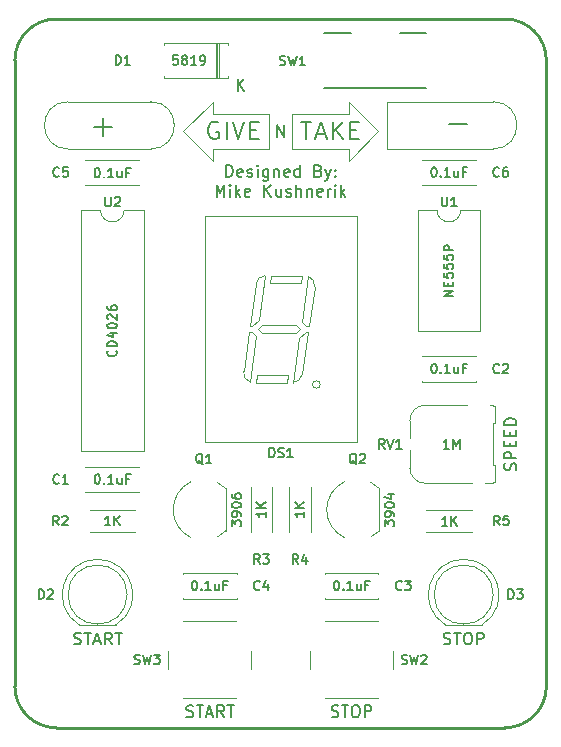
<source format=gbr>
%TF.GenerationSoftware,KiCad,Pcbnew,(5.1.8)-1*%
%TF.CreationDate,2020-12-25T19:20:46-06:00*%
%TF.ProjectId,Reaction Time Game,52656163-7469-46f6-9e20-54696d652047,rev?*%
%TF.SameCoordinates,Original*%
%TF.FileFunction,Legend,Top*%
%TF.FilePolarity,Positive*%
%FSLAX46Y46*%
G04 Gerber Fmt 4.6, Leading zero omitted, Abs format (unit mm)*
G04 Created by KiCad (PCBNEW (5.1.8)-1) date 2020-12-25 19:20:46*
%MOMM*%
%LPD*%
G01*
G04 APERTURE LIST*
%ADD10C,0.150000*%
%ADD11C,0.200000*%
%ADD12C,0.120000*%
%TA.AperFunction,Profile*%
%ADD13C,0.254000*%
%TD*%
G04 APERTURE END LIST*
D10*
X119904761Y-108190476D02*
X119952380Y-108047619D01*
X119952380Y-107809523D01*
X119904761Y-107714285D01*
X119857142Y-107666666D01*
X119761904Y-107619047D01*
X119666666Y-107619047D01*
X119571428Y-107666666D01*
X119523809Y-107714285D01*
X119476190Y-107809523D01*
X119428571Y-108000000D01*
X119380952Y-108095238D01*
X119333333Y-108142857D01*
X119238095Y-108190476D01*
X119142857Y-108190476D01*
X119047619Y-108142857D01*
X119000000Y-108095238D01*
X118952380Y-108000000D01*
X118952380Y-107761904D01*
X119000000Y-107619047D01*
X119952380Y-107190476D02*
X118952380Y-107190476D01*
X118952380Y-106809523D01*
X119000000Y-106714285D01*
X119047619Y-106666666D01*
X119142857Y-106619047D01*
X119285714Y-106619047D01*
X119380952Y-106666666D01*
X119428571Y-106714285D01*
X119476190Y-106809523D01*
X119476190Y-107190476D01*
X119428571Y-106190476D02*
X119428571Y-105857142D01*
X119952380Y-105714285D02*
X119952380Y-106190476D01*
X118952380Y-106190476D01*
X118952380Y-105714285D01*
X119428571Y-105285714D02*
X119428571Y-104952380D01*
X119952380Y-104809523D02*
X119952380Y-105285714D01*
X118952380Y-105285714D01*
X118952380Y-104809523D01*
X119952380Y-104380952D02*
X118952380Y-104380952D01*
X118952380Y-104142857D01*
X119000000Y-104000000D01*
X119095238Y-103904761D01*
X119190476Y-103857142D01*
X119380952Y-103809523D01*
X119523809Y-103809523D01*
X119714285Y-103857142D01*
X119809523Y-103904761D01*
X119904761Y-104000000D01*
X119952380Y-104142857D01*
X119952380Y-104380952D01*
D11*
X115761904Y-78857142D02*
X114238095Y-78857142D01*
X84238095Y-79142857D02*
X85761904Y-79142857D01*
X85000000Y-79904761D02*
X85000000Y-78380952D01*
D10*
X95853304Y-112949523D02*
X95853304Y-112454285D01*
X96158066Y-112720952D01*
X96158066Y-112606666D01*
X96196161Y-112530476D01*
X96234257Y-112492380D01*
X96310447Y-112454285D01*
X96500923Y-112454285D01*
X96577114Y-112492380D01*
X96615209Y-112530476D01*
X96653304Y-112606666D01*
X96653304Y-112835238D01*
X96615209Y-112911428D01*
X96577114Y-112949523D01*
X96653304Y-112073333D02*
X96653304Y-111920952D01*
X96615209Y-111844761D01*
X96577114Y-111806666D01*
X96462828Y-111730476D01*
X96310447Y-111692380D01*
X96005685Y-111692380D01*
X95929495Y-111730476D01*
X95891400Y-111768571D01*
X95853304Y-111844761D01*
X95853304Y-111997142D01*
X95891400Y-112073333D01*
X95929495Y-112111428D01*
X96005685Y-112149523D01*
X96196161Y-112149523D01*
X96272352Y-112111428D01*
X96310447Y-112073333D01*
X96348542Y-111997142D01*
X96348542Y-111844761D01*
X96310447Y-111768571D01*
X96272352Y-111730476D01*
X96196161Y-111692380D01*
X95853304Y-111197142D02*
X95853304Y-111120952D01*
X95891400Y-111044761D01*
X95929495Y-111006666D01*
X96005685Y-110968571D01*
X96158066Y-110930476D01*
X96348542Y-110930476D01*
X96500923Y-110968571D01*
X96577114Y-111006666D01*
X96615209Y-111044761D01*
X96653304Y-111120952D01*
X96653304Y-111197142D01*
X96615209Y-111273333D01*
X96577114Y-111311428D01*
X96500923Y-111349523D01*
X96348542Y-111387619D01*
X96158066Y-111387619D01*
X96005685Y-111349523D01*
X95929495Y-111311428D01*
X95891400Y-111273333D01*
X95853304Y-111197142D01*
X95853304Y-110244761D02*
X95853304Y-110397142D01*
X95891400Y-110473333D01*
X95929495Y-110511428D01*
X96043780Y-110587619D01*
X96196161Y-110625714D01*
X96500923Y-110625714D01*
X96577114Y-110587619D01*
X96615209Y-110549523D01*
X96653304Y-110473333D01*
X96653304Y-110320952D01*
X96615209Y-110244761D01*
X96577114Y-110206666D01*
X96500923Y-110168571D01*
X96310447Y-110168571D01*
X96234257Y-110206666D01*
X96196161Y-110244761D01*
X96158066Y-110320952D01*
X96158066Y-110473333D01*
X96196161Y-110549523D01*
X96234257Y-110587619D01*
X96310447Y-110625714D01*
X108811904Y-112949523D02*
X108811904Y-112454285D01*
X109116666Y-112720952D01*
X109116666Y-112606666D01*
X109154761Y-112530476D01*
X109192857Y-112492380D01*
X109269047Y-112454285D01*
X109459523Y-112454285D01*
X109535714Y-112492380D01*
X109573809Y-112530476D01*
X109611904Y-112606666D01*
X109611904Y-112835238D01*
X109573809Y-112911428D01*
X109535714Y-112949523D01*
X109611904Y-112073333D02*
X109611904Y-111920952D01*
X109573809Y-111844761D01*
X109535714Y-111806666D01*
X109421428Y-111730476D01*
X109269047Y-111692380D01*
X108964285Y-111692380D01*
X108888095Y-111730476D01*
X108850000Y-111768571D01*
X108811904Y-111844761D01*
X108811904Y-111997142D01*
X108850000Y-112073333D01*
X108888095Y-112111428D01*
X108964285Y-112149523D01*
X109154761Y-112149523D01*
X109230952Y-112111428D01*
X109269047Y-112073333D01*
X109307142Y-111997142D01*
X109307142Y-111844761D01*
X109269047Y-111768571D01*
X109230952Y-111730476D01*
X109154761Y-111692380D01*
X108811904Y-111197142D02*
X108811904Y-111120952D01*
X108850000Y-111044761D01*
X108888095Y-111006666D01*
X108964285Y-110968571D01*
X109116666Y-110930476D01*
X109307142Y-110930476D01*
X109459523Y-110968571D01*
X109535714Y-111006666D01*
X109573809Y-111044761D01*
X109611904Y-111120952D01*
X109611904Y-111197142D01*
X109573809Y-111273333D01*
X109535714Y-111311428D01*
X109459523Y-111349523D01*
X109307142Y-111387619D01*
X109116666Y-111387619D01*
X108964285Y-111349523D01*
X108888095Y-111311428D01*
X108850000Y-111273333D01*
X108811904Y-111197142D01*
X109078571Y-110244761D02*
X109611904Y-110244761D01*
X108773809Y-110435238D02*
X109345238Y-110625714D01*
X109345238Y-110130476D01*
X95380952Y-83377380D02*
X95380952Y-82377380D01*
X95619047Y-82377380D01*
X95761904Y-82425000D01*
X95857142Y-82520238D01*
X95904761Y-82615476D01*
X95952380Y-82805952D01*
X95952380Y-82948809D01*
X95904761Y-83139285D01*
X95857142Y-83234523D01*
X95761904Y-83329761D01*
X95619047Y-83377380D01*
X95380952Y-83377380D01*
X96761904Y-83329761D02*
X96666666Y-83377380D01*
X96476190Y-83377380D01*
X96380952Y-83329761D01*
X96333333Y-83234523D01*
X96333333Y-82853571D01*
X96380952Y-82758333D01*
X96476190Y-82710714D01*
X96666666Y-82710714D01*
X96761904Y-82758333D01*
X96809523Y-82853571D01*
X96809523Y-82948809D01*
X96333333Y-83044047D01*
X97190476Y-83329761D02*
X97285714Y-83377380D01*
X97476190Y-83377380D01*
X97571428Y-83329761D01*
X97619047Y-83234523D01*
X97619047Y-83186904D01*
X97571428Y-83091666D01*
X97476190Y-83044047D01*
X97333333Y-83044047D01*
X97238095Y-82996428D01*
X97190476Y-82901190D01*
X97190476Y-82853571D01*
X97238095Y-82758333D01*
X97333333Y-82710714D01*
X97476190Y-82710714D01*
X97571428Y-82758333D01*
X98047619Y-83377380D02*
X98047619Y-82710714D01*
X98047619Y-82377380D02*
X98000000Y-82425000D01*
X98047619Y-82472619D01*
X98095238Y-82425000D01*
X98047619Y-82377380D01*
X98047619Y-82472619D01*
X98952380Y-82710714D02*
X98952380Y-83520238D01*
X98904761Y-83615476D01*
X98857142Y-83663095D01*
X98761904Y-83710714D01*
X98619047Y-83710714D01*
X98523809Y-83663095D01*
X98952380Y-83329761D02*
X98857142Y-83377380D01*
X98666666Y-83377380D01*
X98571428Y-83329761D01*
X98523809Y-83282142D01*
X98476190Y-83186904D01*
X98476190Y-82901190D01*
X98523809Y-82805952D01*
X98571428Y-82758333D01*
X98666666Y-82710714D01*
X98857142Y-82710714D01*
X98952380Y-82758333D01*
X99428571Y-82710714D02*
X99428571Y-83377380D01*
X99428571Y-82805952D02*
X99476190Y-82758333D01*
X99571428Y-82710714D01*
X99714285Y-82710714D01*
X99809523Y-82758333D01*
X99857142Y-82853571D01*
X99857142Y-83377380D01*
X100714285Y-83329761D02*
X100619047Y-83377380D01*
X100428571Y-83377380D01*
X100333333Y-83329761D01*
X100285714Y-83234523D01*
X100285714Y-82853571D01*
X100333333Y-82758333D01*
X100428571Y-82710714D01*
X100619047Y-82710714D01*
X100714285Y-82758333D01*
X100761904Y-82853571D01*
X100761904Y-82948809D01*
X100285714Y-83044047D01*
X101619047Y-83377380D02*
X101619047Y-82377380D01*
X101619047Y-83329761D02*
X101523809Y-83377380D01*
X101333333Y-83377380D01*
X101238095Y-83329761D01*
X101190476Y-83282142D01*
X101142857Y-83186904D01*
X101142857Y-82901190D01*
X101190476Y-82805952D01*
X101238095Y-82758333D01*
X101333333Y-82710714D01*
X101523809Y-82710714D01*
X101619047Y-82758333D01*
X103190476Y-82853571D02*
X103333333Y-82901190D01*
X103380952Y-82948809D01*
X103428571Y-83044047D01*
X103428571Y-83186904D01*
X103380952Y-83282142D01*
X103333333Y-83329761D01*
X103238095Y-83377380D01*
X102857142Y-83377380D01*
X102857142Y-82377380D01*
X103190476Y-82377380D01*
X103285714Y-82425000D01*
X103333333Y-82472619D01*
X103380952Y-82567857D01*
X103380952Y-82663095D01*
X103333333Y-82758333D01*
X103285714Y-82805952D01*
X103190476Y-82853571D01*
X102857142Y-82853571D01*
X103761904Y-82710714D02*
X104000000Y-83377380D01*
X104238095Y-82710714D02*
X104000000Y-83377380D01*
X103904761Y-83615476D01*
X103857142Y-83663095D01*
X103761904Y-83710714D01*
X104619047Y-83282142D02*
X104666666Y-83329761D01*
X104619047Y-83377380D01*
X104571428Y-83329761D01*
X104619047Y-83282142D01*
X104619047Y-83377380D01*
X104619047Y-82758333D02*
X104666666Y-82805952D01*
X104619047Y-82853571D01*
X104571428Y-82805952D01*
X104619047Y-82758333D01*
X104619047Y-82853571D01*
X94571428Y-85027380D02*
X94571428Y-84027380D01*
X94904761Y-84741666D01*
X95238095Y-84027380D01*
X95238095Y-85027380D01*
X95714285Y-85027380D02*
X95714285Y-84360714D01*
X95714285Y-84027380D02*
X95666666Y-84075000D01*
X95714285Y-84122619D01*
X95761904Y-84075000D01*
X95714285Y-84027380D01*
X95714285Y-84122619D01*
X96190476Y-85027380D02*
X96190476Y-84027380D01*
X96285714Y-84646428D02*
X96571428Y-85027380D01*
X96571428Y-84360714D02*
X96190476Y-84741666D01*
X97380952Y-84979761D02*
X97285714Y-85027380D01*
X97095238Y-85027380D01*
X97000000Y-84979761D01*
X96952380Y-84884523D01*
X96952380Y-84503571D01*
X97000000Y-84408333D01*
X97095238Y-84360714D01*
X97285714Y-84360714D01*
X97380952Y-84408333D01*
X97428571Y-84503571D01*
X97428571Y-84598809D01*
X96952380Y-84694047D01*
X98619047Y-85027380D02*
X98619047Y-84027380D01*
X99190476Y-85027380D02*
X98761904Y-84455952D01*
X99190476Y-84027380D02*
X98619047Y-84598809D01*
X100047619Y-84360714D02*
X100047619Y-85027380D01*
X99619047Y-84360714D02*
X99619047Y-84884523D01*
X99666666Y-84979761D01*
X99761904Y-85027380D01*
X99904761Y-85027380D01*
X100000000Y-84979761D01*
X100047619Y-84932142D01*
X100476190Y-84979761D02*
X100571428Y-85027380D01*
X100761904Y-85027380D01*
X100857142Y-84979761D01*
X100904761Y-84884523D01*
X100904761Y-84836904D01*
X100857142Y-84741666D01*
X100761904Y-84694047D01*
X100619047Y-84694047D01*
X100523809Y-84646428D01*
X100476190Y-84551190D01*
X100476190Y-84503571D01*
X100523809Y-84408333D01*
X100619047Y-84360714D01*
X100761904Y-84360714D01*
X100857142Y-84408333D01*
X101333333Y-85027380D02*
X101333333Y-84027380D01*
X101761904Y-85027380D02*
X101761904Y-84503571D01*
X101714285Y-84408333D01*
X101619047Y-84360714D01*
X101476190Y-84360714D01*
X101380952Y-84408333D01*
X101333333Y-84455952D01*
X102238095Y-84360714D02*
X102238095Y-85027380D01*
X102238095Y-84455952D02*
X102285714Y-84408333D01*
X102380952Y-84360714D01*
X102523809Y-84360714D01*
X102619047Y-84408333D01*
X102666666Y-84503571D01*
X102666666Y-85027380D01*
X103523809Y-84979761D02*
X103428571Y-85027380D01*
X103238095Y-85027380D01*
X103142857Y-84979761D01*
X103095238Y-84884523D01*
X103095238Y-84503571D01*
X103142857Y-84408333D01*
X103238095Y-84360714D01*
X103428571Y-84360714D01*
X103523809Y-84408333D01*
X103571428Y-84503571D01*
X103571428Y-84598809D01*
X103095238Y-84694047D01*
X104000000Y-85027380D02*
X104000000Y-84360714D01*
X104000000Y-84551190D02*
X104047619Y-84455952D01*
X104095238Y-84408333D01*
X104190476Y-84360714D01*
X104285714Y-84360714D01*
X104619047Y-85027380D02*
X104619047Y-84360714D01*
X104619047Y-84027380D02*
X104571428Y-84075000D01*
X104619047Y-84122619D01*
X104666666Y-84075000D01*
X104619047Y-84027380D01*
X104619047Y-84122619D01*
X105095238Y-85027380D02*
X105095238Y-84027380D01*
X105190476Y-84646428D02*
X105476190Y-85027380D01*
X105476190Y-84360714D02*
X105095238Y-84741666D01*
D12*
X105750000Y-78000000D02*
X101000000Y-78000000D01*
X105750000Y-81000000D02*
X101000000Y-81000000D01*
X105750000Y-81000000D02*
X105750000Y-82000000D01*
X105750000Y-78000000D02*
X105750000Y-77000000D01*
X105750000Y-77000000D02*
X108250000Y-79500000D01*
X105750000Y-82000000D02*
X108250000Y-79500000D01*
X101000000Y-81000000D02*
X101000000Y-78000000D01*
D13*
X122500000Y-73500000D02*
X122500000Y-126500000D01*
X77500000Y-126500000D02*
X77500000Y-73500000D01*
X81000000Y-130000000D02*
X119000000Y-130000000D01*
X81000000Y-70000000D02*
X119000000Y-70000000D01*
D12*
X99000000Y-78000000D02*
X99000000Y-81000000D01*
X94250000Y-77000000D02*
X91750000Y-79500000D01*
X94250000Y-82000000D02*
X91750000Y-79500000D01*
X94250000Y-81000000D02*
X94250000Y-82000000D01*
X94250000Y-78000000D02*
X94250000Y-77000000D01*
X94250000Y-81000000D02*
X99000000Y-81000000D01*
X94250000Y-78000000D02*
X99000000Y-78000000D01*
D11*
X101750000Y-78678571D02*
X102607142Y-78678571D01*
X102178571Y-80178571D02*
X102178571Y-78678571D01*
X103035714Y-79750000D02*
X103750000Y-79750000D01*
X102892857Y-80178571D02*
X103392857Y-78678571D01*
X103892857Y-80178571D01*
X104392857Y-80178571D02*
X104392857Y-78678571D01*
X105250000Y-80178571D02*
X104607142Y-79321428D01*
X105250000Y-78678571D02*
X104392857Y-79535714D01*
X105892857Y-79392857D02*
X106392857Y-79392857D01*
X106607142Y-80178571D02*
X105892857Y-80178571D01*
X105892857Y-78678571D01*
X106607142Y-78678571D01*
D10*
X99714285Y-79952380D02*
X99714285Y-78952380D01*
X100285714Y-79952380D01*
X100285714Y-78952380D01*
D11*
X94714285Y-78750000D02*
X94571428Y-78678571D01*
X94357142Y-78678571D01*
X94142857Y-78750000D01*
X94000000Y-78892857D01*
X93928571Y-79035714D01*
X93857142Y-79321428D01*
X93857142Y-79535714D01*
X93928571Y-79821428D01*
X94000000Y-79964285D01*
X94142857Y-80107142D01*
X94357142Y-80178571D01*
X94500000Y-80178571D01*
X94714285Y-80107142D01*
X94785714Y-80035714D01*
X94785714Y-79535714D01*
X94500000Y-79535714D01*
X95428571Y-80178571D02*
X95428571Y-78678571D01*
X95928571Y-78678571D02*
X96428571Y-80178571D01*
X96928571Y-78678571D01*
X97428571Y-79392857D02*
X97928571Y-79392857D01*
X98142857Y-80178571D02*
X97428571Y-80178571D01*
X97428571Y-78678571D01*
X98142857Y-78678571D01*
D13*
X122500000Y-126500000D02*
G75*
G02*
X119000000Y-130000000I-3500000J0D01*
G01*
X81000000Y-130000000D02*
G75*
G02*
X77500000Y-126500000I0J3500000D01*
G01*
X119000000Y-70000000D02*
G75*
G02*
X122500000Y-73500000I0J-3500000D01*
G01*
X77500000Y-73500000D02*
G75*
G02*
X81000000Y-70000000I3500000J0D01*
G01*
D12*
X118000000Y-77000000D02*
G75*
G02*
X118000000Y-81000000I0J-2000000D01*
G01*
X109000000Y-77000000D02*
X109000000Y-81000000D01*
X118000000Y-81000000D02*
X109000000Y-81000000D01*
X118000000Y-77000000D02*
X109000000Y-77000000D01*
X82000000Y-81000000D02*
G75*
G02*
X82000000Y-77000000I0J2000000D01*
G01*
X89000000Y-77000000D02*
G75*
G02*
X89000000Y-81000000I0J-2000000D01*
G01*
X82000000Y-81000000D02*
X89000000Y-81000000D01*
X82000000Y-77000000D02*
X89000000Y-77000000D01*
D10*
X106000000Y-71200000D02*
X103700000Y-71200000D01*
X112300000Y-75800000D02*
X103700000Y-75800000D01*
X112300000Y-71200000D02*
X110100000Y-71200000D01*
D12*
X103034501Y-101271600D02*
G75*
G02*
X103034501Y-100613600I0J329000D01*
G01*
X103034501Y-100613601D02*
G75*
G02*
X103034501Y-101271599I0J-328999D01*
G01*
X97905726Y-92432722D02*
G75*
G02*
X98669648Y-91725047I815980J-114678D01*
G01*
X102330846Y-91771251D02*
G75*
G02*
X102870116Y-92662078I-276711J-776149D01*
G01*
X97404268Y-100728749D02*
G75*
G02*
X96864998Y-99837922I276711J776149D01*
G01*
X101829389Y-100067278D02*
G75*
G02*
X101065466Y-100774953I-815980J114678D01*
G01*
X93575000Y-105850000D02*
X106425000Y-105850000D01*
X106425000Y-105850000D02*
X106425000Y-86650000D01*
X93575000Y-105850000D02*
X93575000Y-86650000D01*
X93575000Y-86650000D02*
X106425000Y-86650000D01*
X101829390Y-100067277D02*
X102328627Y-96515000D01*
X102328627Y-96515000D02*
X102116789Y-96515000D01*
X102116789Y-96515000D02*
X101590146Y-97041643D01*
X101590146Y-97041643D02*
X101065466Y-100774953D01*
X98025227Y-100118600D02*
X97932751Y-100776600D01*
X97932751Y-100776600D02*
X100530027Y-100776600D01*
X100530027Y-100776600D02*
X100622502Y-100118600D01*
X100622502Y-100118600D02*
X98025227Y-100118600D01*
X97404268Y-100728748D02*
X97949872Y-96846546D01*
X97949872Y-96846546D02*
X97618326Y-96515000D01*
X97618326Y-96515000D02*
X97332001Y-96515000D01*
X97332001Y-96515000D02*
X96864998Y-99837922D01*
X101303256Y-96579000D02*
X101632256Y-96250000D01*
X101632256Y-96250000D02*
X101303255Y-95921000D01*
X101303255Y-95921000D02*
X98431858Y-95921000D01*
X98431858Y-95921000D02*
X98102859Y-96250000D01*
X98102859Y-96250000D02*
X98431859Y-96579000D01*
X98431859Y-96579000D02*
X101303256Y-96579000D01*
X102403113Y-95985000D02*
X102870116Y-92662078D01*
X102330846Y-91771252D02*
X101785242Y-95653454D01*
X101785242Y-95653454D02*
X102116789Y-95985000D01*
X102116789Y-95985000D02*
X102403113Y-95985000D01*
X101709888Y-92381400D02*
X101802363Y-91723400D01*
X101802363Y-91723400D02*
X99205088Y-91723400D01*
X99205088Y-91723400D02*
X99112612Y-92381400D01*
X99112612Y-92381400D02*
X101709888Y-92381400D01*
X97905725Y-92432723D02*
X97406488Y-95985000D01*
X97406488Y-95985000D02*
X97618326Y-95985000D01*
X97618326Y-95985000D02*
X98144969Y-95458357D01*
X98144969Y-95458357D02*
X98669648Y-91725047D01*
X107622795Y-109215816D02*
G75*
G02*
X108350000Y-109740000I-1122795J-2324184D01*
G01*
X105401193Y-109183600D02*
G75*
G03*
X103900000Y-111540000I1098807J-2356400D01*
G01*
X105401193Y-113896400D02*
G75*
G02*
X103900000Y-111540000I1098807J2356400D01*
G01*
X107622795Y-113864184D02*
G75*
G03*
X108350000Y-113340000I-1122795J2324184D01*
G01*
X108350000Y-113340000D02*
X108350000Y-109740000D01*
X94622795Y-109215816D02*
G75*
G02*
X95350000Y-109740000I-1122795J-2324184D01*
G01*
X92401193Y-109183600D02*
G75*
G03*
X90900000Y-111540000I1098807J-2356400D01*
G01*
X92401193Y-113896400D02*
G75*
G02*
X90900000Y-111540000I1098807J2356400D01*
G01*
X94622795Y-113864184D02*
G75*
G03*
X95350000Y-113340000I-1122795J2324184D01*
G01*
X95350000Y-113340000D02*
X95350000Y-109740000D01*
X118160000Y-102790000D02*
X118160000Y-104210000D01*
X117960000Y-104210000D02*
X117960000Y-107790000D01*
X117960000Y-107790000D02*
X118160000Y-107790000D01*
X118160000Y-107790000D02*
X118160000Y-109210000D01*
X118160000Y-109210000D02*
X117960000Y-109210000D01*
X110940000Y-105490000D02*
X110940000Y-104000000D01*
X112250000Y-102690000D02*
X115790000Y-102690000D01*
X116230000Y-109310000D02*
X112250000Y-109310000D01*
X110940000Y-108000000D02*
X110940000Y-106510000D01*
X117960000Y-104210000D02*
X118160000Y-104210000D01*
X118160000Y-102790000D02*
X117960000Y-102790000D01*
X117960000Y-102790000D02*
X117960000Y-102690000D01*
X117960000Y-102690000D02*
X117710000Y-102690000D01*
X117960000Y-109210000D02*
X117960000Y-109310000D01*
X117960000Y-109310000D02*
X117270000Y-109310000D01*
X110940000Y-104000000D02*
G75*
G02*
X112250000Y-102690000I1310000J0D01*
G01*
X112250000Y-109310000D02*
G75*
G02*
X110940000Y-108000000I0J1310000D01*
G01*
X109500000Y-125000000D02*
X109500000Y-123500000D01*
X108250000Y-121000000D02*
X103750000Y-121000000D01*
X102500000Y-123500000D02*
X102500000Y-125000000D01*
X103750000Y-127500000D02*
X108250000Y-127500000D01*
X112330000Y-113420000D02*
X116170000Y-113420000D01*
X112330000Y-111580000D02*
X116170000Y-111580000D01*
X100705000Y-109620000D02*
X100705000Y-113460000D01*
X102545000Y-109620000D02*
X102545000Y-113460000D01*
X99295000Y-113460000D02*
X99295000Y-109620000D01*
X97455000Y-113460000D02*
X97455000Y-109620000D01*
X87670000Y-111580000D02*
X83830000Y-111580000D01*
X87670000Y-113420000D02*
X83830000Y-113420000D01*
X113955000Y-121290000D02*
X117045000Y-121290000D01*
X118000000Y-118730000D02*
G75*
G03*
X118000000Y-118730000I-2500000J0D01*
G01*
X115499538Y-115740000D02*
G75*
G02*
X117044830Y-121290000I462J-2990000D01*
G01*
X115500462Y-115740000D02*
G75*
G03*
X113955170Y-121290000I-462J-2990000D01*
G01*
X82955000Y-121290000D02*
X86045000Y-121290000D01*
X87000000Y-118730000D02*
G75*
G03*
X87000000Y-118730000I-2500000J0D01*
G01*
X84499538Y-115740000D02*
G75*
G02*
X86044830Y-121290000I462J-2990000D01*
G01*
X84500462Y-115740000D02*
G75*
G03*
X82955170Y-121290000I-462J-2990000D01*
G01*
X96270000Y-119055000D02*
X96270000Y-119070000D01*
X96270000Y-116930000D02*
X96270000Y-116945000D01*
X91730000Y-119055000D02*
X91730000Y-119070000D01*
X91730000Y-116930000D02*
X91730000Y-116945000D01*
X91730000Y-119070000D02*
X96270000Y-119070000D01*
X91730000Y-116930000D02*
X96270000Y-116930000D01*
X108270000Y-119055000D02*
X108270000Y-119070000D01*
X108270000Y-116930000D02*
X108270000Y-116945000D01*
X103730000Y-119055000D02*
X103730000Y-119070000D01*
X103730000Y-116930000D02*
X103730000Y-116945000D01*
X103730000Y-119070000D02*
X108270000Y-119070000D01*
X103730000Y-116930000D02*
X108270000Y-116930000D01*
X88020000Y-110055000D02*
X88020000Y-110070000D01*
X88020000Y-107930000D02*
X88020000Y-107945000D01*
X83480000Y-110055000D02*
X83480000Y-110070000D01*
X83480000Y-107930000D02*
X83480000Y-107945000D01*
X83480000Y-110070000D02*
X88020000Y-110070000D01*
X83480000Y-107930000D02*
X88020000Y-107930000D01*
X88400000Y-86170000D02*
X86750000Y-86170000D01*
X88400000Y-106610000D02*
X88400000Y-86170000D01*
X83100000Y-106610000D02*
X88400000Y-106610000D01*
X83100000Y-86170000D02*
X83100000Y-106610000D01*
X84750000Y-86170000D02*
X83100000Y-86170000D01*
X86750000Y-86170000D02*
G75*
G02*
X84750000Y-86170000I-1000000J0D01*
G01*
X115250000Y-86170000D02*
G75*
G02*
X113250000Y-86170000I-1000000J0D01*
G01*
X116900000Y-86170000D02*
X115250000Y-86170000D01*
X116900000Y-96450000D02*
X116900000Y-86170000D01*
X111600000Y-96450000D02*
X116900000Y-96450000D01*
X111600000Y-86170000D02*
X111600000Y-96450000D01*
X113250000Y-86170000D02*
X111600000Y-86170000D01*
X97500000Y-125000000D02*
X97500000Y-123500000D01*
X96250000Y-121000000D02*
X91750000Y-121000000D01*
X90500000Y-123500000D02*
X90500000Y-125000000D01*
X91750000Y-127500000D02*
X96250000Y-127500000D01*
X95530000Y-74840000D02*
X95530000Y-74970000D01*
X95530000Y-74970000D02*
X90090000Y-74970000D01*
X90090000Y-74970000D02*
X90090000Y-74840000D01*
X95530000Y-72160000D02*
X95530000Y-72030000D01*
X95530000Y-72030000D02*
X90090000Y-72030000D01*
X90090000Y-72030000D02*
X90090000Y-72160000D01*
X94630000Y-74970000D02*
X94630000Y-72030000D01*
X94510000Y-74970000D02*
X94510000Y-72030000D01*
X94750000Y-74970000D02*
X94750000Y-72030000D01*
X116520000Y-84070000D02*
X111980000Y-84070000D01*
X116520000Y-81930000D02*
X111980000Y-81930000D01*
X116520000Y-84070000D02*
X116520000Y-84055000D01*
X116520000Y-81945000D02*
X116520000Y-81930000D01*
X111980000Y-84070000D02*
X111980000Y-84055000D01*
X111980000Y-81945000D02*
X111980000Y-81930000D01*
X83480000Y-81930000D02*
X88020000Y-81930000D01*
X83480000Y-84070000D02*
X88020000Y-84070000D01*
X83480000Y-81930000D02*
X83480000Y-81945000D01*
X83480000Y-84055000D02*
X83480000Y-84070000D01*
X88020000Y-81930000D02*
X88020000Y-81945000D01*
X88020000Y-84055000D02*
X88020000Y-84070000D01*
X111980000Y-98550000D02*
X116520000Y-98550000D01*
X111980000Y-100690000D02*
X116520000Y-100690000D01*
X111980000Y-98550000D02*
X111980000Y-98565000D01*
X111980000Y-100675000D02*
X111980000Y-100690000D01*
X116520000Y-98550000D02*
X116520000Y-98565000D01*
X116520000Y-100675000D02*
X116520000Y-100690000D01*
D10*
X99941733Y-73874609D02*
X100056019Y-73912704D01*
X100246495Y-73912704D01*
X100322685Y-73874609D01*
X100360780Y-73836514D01*
X100398876Y-73760323D01*
X100398876Y-73684133D01*
X100360780Y-73607942D01*
X100322685Y-73569847D01*
X100246495Y-73531752D01*
X100094114Y-73493657D01*
X100017923Y-73455561D01*
X99979828Y-73417466D01*
X99941733Y-73341276D01*
X99941733Y-73265085D01*
X99979828Y-73188895D01*
X100017923Y-73150800D01*
X100094114Y-73112704D01*
X100284590Y-73112704D01*
X100398876Y-73150800D01*
X100665542Y-73112704D02*
X100856019Y-73912704D01*
X101008400Y-73341276D01*
X101160780Y-73912704D01*
X101351257Y-73112704D01*
X102075066Y-73912704D02*
X101617923Y-73912704D01*
X101846495Y-73912704D02*
X101846495Y-73112704D01*
X101770304Y-73226990D01*
X101694114Y-73303180D01*
X101617923Y-73341276D01*
X99028571Y-107111904D02*
X99028571Y-106311904D01*
X99219047Y-106311904D01*
X99333333Y-106350000D01*
X99409523Y-106426190D01*
X99447619Y-106502380D01*
X99485714Y-106654761D01*
X99485714Y-106769047D01*
X99447619Y-106921428D01*
X99409523Y-106997619D01*
X99333333Y-107073809D01*
X99219047Y-107111904D01*
X99028571Y-107111904D01*
X99790476Y-107073809D02*
X99904761Y-107111904D01*
X100095238Y-107111904D01*
X100171428Y-107073809D01*
X100209523Y-107035714D01*
X100247619Y-106959523D01*
X100247619Y-106883333D01*
X100209523Y-106807142D01*
X100171428Y-106769047D01*
X100095238Y-106730952D01*
X99942857Y-106692857D01*
X99866666Y-106654761D01*
X99828571Y-106616666D01*
X99790476Y-106540476D01*
X99790476Y-106464285D01*
X99828571Y-106388095D01*
X99866666Y-106350000D01*
X99942857Y-106311904D01*
X100133333Y-106311904D01*
X100247619Y-106350000D01*
X101009523Y-107111904D02*
X100552380Y-107111904D01*
X100780952Y-107111904D02*
X100780952Y-106311904D01*
X100704761Y-106426190D01*
X100628571Y-106502380D01*
X100552380Y-106540476D01*
X106423809Y-107688095D02*
X106347619Y-107650000D01*
X106271428Y-107573809D01*
X106157142Y-107459523D01*
X106080952Y-107421428D01*
X106004761Y-107421428D01*
X106042857Y-107611904D02*
X105966666Y-107573809D01*
X105890476Y-107497619D01*
X105852380Y-107345238D01*
X105852380Y-107078571D01*
X105890476Y-106926190D01*
X105966666Y-106850000D01*
X106042857Y-106811904D01*
X106195238Y-106811904D01*
X106271428Y-106850000D01*
X106347619Y-106926190D01*
X106385714Y-107078571D01*
X106385714Y-107345238D01*
X106347619Y-107497619D01*
X106271428Y-107573809D01*
X106195238Y-107611904D01*
X106042857Y-107611904D01*
X106690476Y-106888095D02*
X106728571Y-106850000D01*
X106804761Y-106811904D01*
X106995238Y-106811904D01*
X107071428Y-106850000D01*
X107109523Y-106888095D01*
X107147619Y-106964285D01*
X107147619Y-107040476D01*
X107109523Y-107154761D01*
X106652380Y-107611904D01*
X107147619Y-107611904D01*
X93423809Y-107688095D02*
X93347619Y-107650000D01*
X93271428Y-107573809D01*
X93157142Y-107459523D01*
X93080952Y-107421428D01*
X93004761Y-107421428D01*
X93042857Y-107611904D02*
X92966666Y-107573809D01*
X92890476Y-107497619D01*
X92852380Y-107345238D01*
X92852380Y-107078571D01*
X92890476Y-106926190D01*
X92966666Y-106850000D01*
X93042857Y-106811904D01*
X93195238Y-106811904D01*
X93271428Y-106850000D01*
X93347619Y-106926190D01*
X93385714Y-107078571D01*
X93385714Y-107345238D01*
X93347619Y-107497619D01*
X93271428Y-107573809D01*
X93195238Y-107611904D01*
X93042857Y-107611904D01*
X94147619Y-107611904D02*
X93690476Y-107611904D01*
X93919047Y-107611904D02*
X93919047Y-106811904D01*
X93842857Y-106926190D01*
X93766666Y-107002380D01*
X93690476Y-107040476D01*
X108802500Y-106361904D02*
X108535833Y-105980952D01*
X108345357Y-106361904D02*
X108345357Y-105561904D01*
X108650119Y-105561904D01*
X108726309Y-105600000D01*
X108764404Y-105638095D01*
X108802500Y-105714285D01*
X108802500Y-105828571D01*
X108764404Y-105904761D01*
X108726309Y-105942857D01*
X108650119Y-105980952D01*
X108345357Y-105980952D01*
X109031071Y-105561904D02*
X109297738Y-106361904D01*
X109564404Y-105561904D01*
X110250119Y-106361904D02*
X109792976Y-106361904D01*
X110021547Y-106361904D02*
X110021547Y-105561904D01*
X109945357Y-105676190D01*
X109869166Y-105752380D01*
X109792976Y-105790476D01*
X114271428Y-106361904D02*
X113814285Y-106361904D01*
X114042857Y-106361904D02*
X114042857Y-105561904D01*
X113966666Y-105676190D01*
X113890476Y-105752380D01*
X113814285Y-105790476D01*
X114614285Y-106361904D02*
X114614285Y-105561904D01*
X114880952Y-106133333D01*
X115147619Y-105561904D01*
X115147619Y-106361904D01*
X110249880Y-124573809D02*
X110364166Y-124611904D01*
X110554642Y-124611904D01*
X110630833Y-124573809D01*
X110668928Y-124535714D01*
X110707023Y-124459523D01*
X110707023Y-124383333D01*
X110668928Y-124307142D01*
X110630833Y-124269047D01*
X110554642Y-124230952D01*
X110402261Y-124192857D01*
X110326071Y-124154761D01*
X110287976Y-124116666D01*
X110249880Y-124040476D01*
X110249880Y-123964285D01*
X110287976Y-123888095D01*
X110326071Y-123850000D01*
X110402261Y-123811904D01*
X110592738Y-123811904D01*
X110707023Y-123850000D01*
X110973690Y-123811904D02*
X111164166Y-124611904D01*
X111316547Y-124040476D01*
X111468928Y-124611904D01*
X111659404Y-123811904D01*
X111926071Y-123888095D02*
X111964166Y-123850000D01*
X112040357Y-123811904D01*
X112230833Y-123811904D01*
X112307023Y-123850000D01*
X112345119Y-123888095D01*
X112383214Y-123964285D01*
X112383214Y-124040476D01*
X112345119Y-124154761D01*
X111887976Y-124611904D01*
X112383214Y-124611904D01*
X104309523Y-129054761D02*
X104452380Y-129102380D01*
X104690476Y-129102380D01*
X104785714Y-129054761D01*
X104833333Y-129007142D01*
X104880952Y-128911904D01*
X104880952Y-128816666D01*
X104833333Y-128721428D01*
X104785714Y-128673809D01*
X104690476Y-128626190D01*
X104500000Y-128578571D01*
X104404761Y-128530952D01*
X104357142Y-128483333D01*
X104309523Y-128388095D01*
X104309523Y-128292857D01*
X104357142Y-128197619D01*
X104404761Y-128150000D01*
X104500000Y-128102380D01*
X104738095Y-128102380D01*
X104880952Y-128150000D01*
X105166666Y-128102380D02*
X105738095Y-128102380D01*
X105452380Y-129102380D02*
X105452380Y-128102380D01*
X106261904Y-128102380D02*
X106452380Y-128102380D01*
X106547619Y-128150000D01*
X106642857Y-128245238D01*
X106690476Y-128435714D01*
X106690476Y-128769047D01*
X106642857Y-128959523D01*
X106547619Y-129054761D01*
X106452380Y-129102380D01*
X106261904Y-129102380D01*
X106166666Y-129054761D01*
X106071428Y-128959523D01*
X106023809Y-128769047D01*
X106023809Y-128435714D01*
X106071428Y-128245238D01*
X106166666Y-128150000D01*
X106261904Y-128102380D01*
X107119047Y-129102380D02*
X107119047Y-128102380D01*
X107500000Y-128102380D01*
X107595238Y-128150000D01*
X107642857Y-128197619D01*
X107690476Y-128292857D01*
X107690476Y-128435714D01*
X107642857Y-128530952D01*
X107595238Y-128578571D01*
X107500000Y-128626190D01*
X107119047Y-128626190D01*
X118535119Y-112861904D02*
X118268452Y-112480952D01*
X118077976Y-112861904D02*
X118077976Y-112061904D01*
X118382738Y-112061904D01*
X118458928Y-112100000D01*
X118497023Y-112138095D01*
X118535119Y-112214285D01*
X118535119Y-112328571D01*
X118497023Y-112404761D01*
X118458928Y-112442857D01*
X118382738Y-112480952D01*
X118077976Y-112480952D01*
X119258928Y-112061904D02*
X118877976Y-112061904D01*
X118839880Y-112442857D01*
X118877976Y-112404761D01*
X118954166Y-112366666D01*
X119144642Y-112366666D01*
X119220833Y-112404761D01*
X119258928Y-112442857D01*
X119297023Y-112519047D01*
X119297023Y-112709523D01*
X119258928Y-112785714D01*
X119220833Y-112823809D01*
X119144642Y-112861904D01*
X118954166Y-112861904D01*
X118877976Y-112823809D01*
X118839880Y-112785714D01*
X114103971Y-112912704D02*
X113646828Y-112912704D01*
X113875400Y-112912704D02*
X113875400Y-112112704D01*
X113799209Y-112226990D01*
X113723019Y-112303180D01*
X113646828Y-112341276D01*
X114446828Y-112912704D02*
X114446828Y-112112704D01*
X114903971Y-112912704D02*
X114561114Y-112455561D01*
X114903971Y-112112704D02*
X114446828Y-112569847D01*
X101491666Y-116111904D02*
X101225000Y-115730952D01*
X101034523Y-116111904D02*
X101034523Y-115311904D01*
X101339285Y-115311904D01*
X101415476Y-115350000D01*
X101453571Y-115388095D01*
X101491666Y-115464285D01*
X101491666Y-115578571D01*
X101453571Y-115654761D01*
X101415476Y-115692857D01*
X101339285Y-115730952D01*
X101034523Y-115730952D01*
X102177380Y-115578571D02*
X102177380Y-116111904D01*
X101986904Y-115273809D02*
X101796428Y-115845238D01*
X102291666Y-115845238D01*
X101986904Y-111711428D02*
X101986904Y-112168571D01*
X101986904Y-111940000D02*
X101186904Y-111940000D01*
X101301190Y-112016190D01*
X101377380Y-112092380D01*
X101415476Y-112168571D01*
X101986904Y-111368571D02*
X101186904Y-111368571D01*
X101986904Y-110911428D02*
X101529761Y-111254285D01*
X101186904Y-110911428D02*
X101644047Y-111368571D01*
X98241666Y-116111904D02*
X97975000Y-115730952D01*
X97784523Y-116111904D02*
X97784523Y-115311904D01*
X98089285Y-115311904D01*
X98165476Y-115350000D01*
X98203571Y-115388095D01*
X98241666Y-115464285D01*
X98241666Y-115578571D01*
X98203571Y-115654761D01*
X98165476Y-115692857D01*
X98089285Y-115730952D01*
X97784523Y-115730952D01*
X98508333Y-115311904D02*
X99003571Y-115311904D01*
X98736904Y-115616666D01*
X98851190Y-115616666D01*
X98927380Y-115654761D01*
X98965476Y-115692857D01*
X99003571Y-115769047D01*
X99003571Y-115959523D01*
X98965476Y-116035714D01*
X98927380Y-116073809D01*
X98851190Y-116111904D01*
X98622619Y-116111904D01*
X98546428Y-116073809D01*
X98508333Y-116035714D01*
X98736904Y-111711428D02*
X98736904Y-112168571D01*
X98736904Y-111940000D02*
X97936904Y-111940000D01*
X98051190Y-112016190D01*
X98127380Y-112092380D01*
X98165476Y-112168571D01*
X98736904Y-111368571D02*
X97936904Y-111368571D01*
X98736904Y-110911428D02*
X98279761Y-111254285D01*
X97936904Y-110911428D02*
X98394047Y-111368571D01*
X81198214Y-112861904D02*
X80931547Y-112480952D01*
X80741071Y-112861904D02*
X80741071Y-112061904D01*
X81045833Y-112061904D01*
X81122023Y-112100000D01*
X81160119Y-112138095D01*
X81198214Y-112214285D01*
X81198214Y-112328571D01*
X81160119Y-112404761D01*
X81122023Y-112442857D01*
X81045833Y-112480952D01*
X80741071Y-112480952D01*
X81502976Y-112138095D02*
X81541071Y-112100000D01*
X81617261Y-112061904D01*
X81807738Y-112061904D01*
X81883928Y-112100000D01*
X81922023Y-112138095D01*
X81960119Y-112214285D01*
X81960119Y-112290476D01*
X81922023Y-112404761D01*
X81464880Y-112861904D01*
X81960119Y-112861904D01*
X85578571Y-112861904D02*
X85121428Y-112861904D01*
X85350000Y-112861904D02*
X85350000Y-112061904D01*
X85273809Y-112176190D01*
X85197619Y-112252380D01*
X85121428Y-112290476D01*
X85921428Y-112861904D02*
X85921428Y-112061904D01*
X86378571Y-112861904D02*
X86035714Y-112404761D01*
X86378571Y-112061904D02*
X85921428Y-112519047D01*
X119287976Y-119091904D02*
X119287976Y-118291904D01*
X119478452Y-118291904D01*
X119592738Y-118330000D01*
X119668928Y-118406190D01*
X119707023Y-118482380D01*
X119745119Y-118634761D01*
X119745119Y-118749047D01*
X119707023Y-118901428D01*
X119668928Y-118977619D01*
X119592738Y-119053809D01*
X119478452Y-119091904D01*
X119287976Y-119091904D01*
X120011785Y-118291904D02*
X120507023Y-118291904D01*
X120240357Y-118596666D01*
X120354642Y-118596666D01*
X120430833Y-118634761D01*
X120468928Y-118672857D01*
X120507023Y-118749047D01*
X120507023Y-118939523D01*
X120468928Y-119015714D01*
X120430833Y-119053809D01*
X120354642Y-119091904D01*
X120126071Y-119091904D01*
X120049880Y-119053809D01*
X120011785Y-119015714D01*
X113809523Y-122904761D02*
X113952380Y-122952380D01*
X114190476Y-122952380D01*
X114285714Y-122904761D01*
X114333333Y-122857142D01*
X114380952Y-122761904D01*
X114380952Y-122666666D01*
X114333333Y-122571428D01*
X114285714Y-122523809D01*
X114190476Y-122476190D01*
X114000000Y-122428571D01*
X113904761Y-122380952D01*
X113857142Y-122333333D01*
X113809523Y-122238095D01*
X113809523Y-122142857D01*
X113857142Y-122047619D01*
X113904761Y-122000000D01*
X114000000Y-121952380D01*
X114238095Y-121952380D01*
X114380952Y-122000000D01*
X114666666Y-121952380D02*
X115238095Y-121952380D01*
X114952380Y-122952380D02*
X114952380Y-121952380D01*
X115761904Y-121952380D02*
X115952380Y-121952380D01*
X116047619Y-122000000D01*
X116142857Y-122095238D01*
X116190476Y-122285714D01*
X116190476Y-122619047D01*
X116142857Y-122809523D01*
X116047619Y-122904761D01*
X115952380Y-122952380D01*
X115761904Y-122952380D01*
X115666666Y-122904761D01*
X115571428Y-122809523D01*
X115523809Y-122619047D01*
X115523809Y-122285714D01*
X115571428Y-122095238D01*
X115666666Y-122000000D01*
X115761904Y-121952380D01*
X116619047Y-122952380D02*
X116619047Y-121952380D01*
X117000000Y-121952380D01*
X117095238Y-122000000D01*
X117142857Y-122047619D01*
X117190476Y-122142857D01*
X117190476Y-122285714D01*
X117142857Y-122380952D01*
X117095238Y-122428571D01*
X117000000Y-122476190D01*
X116619047Y-122476190D01*
X79531071Y-119091904D02*
X79531071Y-118291904D01*
X79721547Y-118291904D01*
X79835833Y-118330000D01*
X79912023Y-118406190D01*
X79950119Y-118482380D01*
X79988214Y-118634761D01*
X79988214Y-118749047D01*
X79950119Y-118901428D01*
X79912023Y-118977619D01*
X79835833Y-119053809D01*
X79721547Y-119091904D01*
X79531071Y-119091904D01*
X80292976Y-118368095D02*
X80331071Y-118330000D01*
X80407261Y-118291904D01*
X80597738Y-118291904D01*
X80673928Y-118330000D01*
X80712023Y-118368095D01*
X80750119Y-118444285D01*
X80750119Y-118520476D01*
X80712023Y-118634761D01*
X80254880Y-119091904D01*
X80750119Y-119091904D01*
X82523809Y-122904761D02*
X82666666Y-122952380D01*
X82904761Y-122952380D01*
X83000000Y-122904761D01*
X83047619Y-122857142D01*
X83095238Y-122761904D01*
X83095238Y-122666666D01*
X83047619Y-122571428D01*
X83000000Y-122523809D01*
X82904761Y-122476190D01*
X82714285Y-122428571D01*
X82619047Y-122380952D01*
X82571428Y-122333333D01*
X82523809Y-122238095D01*
X82523809Y-122142857D01*
X82571428Y-122047619D01*
X82619047Y-122000000D01*
X82714285Y-121952380D01*
X82952380Y-121952380D01*
X83095238Y-122000000D01*
X83380952Y-121952380D02*
X83952380Y-121952380D01*
X83666666Y-122952380D02*
X83666666Y-121952380D01*
X84238095Y-122666666D02*
X84714285Y-122666666D01*
X84142857Y-122952380D02*
X84476190Y-121952380D01*
X84809523Y-122952380D01*
X85714285Y-122952380D02*
X85380952Y-122476190D01*
X85142857Y-122952380D02*
X85142857Y-121952380D01*
X85523809Y-121952380D01*
X85619047Y-122000000D01*
X85666666Y-122047619D01*
X85714285Y-122142857D01*
X85714285Y-122285714D01*
X85666666Y-122380952D01*
X85619047Y-122428571D01*
X85523809Y-122476190D01*
X85142857Y-122476190D01*
X86000000Y-121952380D02*
X86571428Y-121952380D01*
X86285714Y-122952380D02*
X86285714Y-121952380D01*
X98245119Y-118285714D02*
X98207023Y-118323809D01*
X98092738Y-118361904D01*
X98016547Y-118361904D01*
X97902261Y-118323809D01*
X97826071Y-118247619D01*
X97787976Y-118171428D01*
X97749880Y-118019047D01*
X97749880Y-117904761D01*
X97787976Y-117752380D01*
X97826071Y-117676190D01*
X97902261Y-117600000D01*
X98016547Y-117561904D01*
X98092738Y-117561904D01*
X98207023Y-117600000D01*
X98245119Y-117638095D01*
X98930833Y-117828571D02*
X98930833Y-118361904D01*
X98740357Y-117523809D02*
X98549880Y-118095238D01*
X99045119Y-118095238D01*
X92685714Y-117561904D02*
X92761904Y-117561904D01*
X92838095Y-117600000D01*
X92876190Y-117638095D01*
X92914285Y-117714285D01*
X92952380Y-117866666D01*
X92952380Y-118057142D01*
X92914285Y-118209523D01*
X92876190Y-118285714D01*
X92838095Y-118323809D01*
X92761904Y-118361904D01*
X92685714Y-118361904D01*
X92609523Y-118323809D01*
X92571428Y-118285714D01*
X92533333Y-118209523D01*
X92495238Y-118057142D01*
X92495238Y-117866666D01*
X92533333Y-117714285D01*
X92571428Y-117638095D01*
X92609523Y-117600000D01*
X92685714Y-117561904D01*
X93295238Y-118285714D02*
X93333333Y-118323809D01*
X93295238Y-118361904D01*
X93257142Y-118323809D01*
X93295238Y-118285714D01*
X93295238Y-118361904D01*
X94095238Y-118361904D02*
X93638095Y-118361904D01*
X93866666Y-118361904D02*
X93866666Y-117561904D01*
X93790476Y-117676190D01*
X93714285Y-117752380D01*
X93638095Y-117790476D01*
X94780952Y-117828571D02*
X94780952Y-118361904D01*
X94438095Y-117828571D02*
X94438095Y-118247619D01*
X94476190Y-118323809D01*
X94552380Y-118361904D01*
X94666666Y-118361904D01*
X94742857Y-118323809D01*
X94780952Y-118285714D01*
X95428571Y-117942857D02*
X95161904Y-117942857D01*
X95161904Y-118361904D02*
X95161904Y-117561904D01*
X95542857Y-117561904D01*
X110245119Y-118285714D02*
X110207023Y-118323809D01*
X110092738Y-118361904D01*
X110016547Y-118361904D01*
X109902261Y-118323809D01*
X109826071Y-118247619D01*
X109787976Y-118171428D01*
X109749880Y-118019047D01*
X109749880Y-117904761D01*
X109787976Y-117752380D01*
X109826071Y-117676190D01*
X109902261Y-117600000D01*
X110016547Y-117561904D01*
X110092738Y-117561904D01*
X110207023Y-117600000D01*
X110245119Y-117638095D01*
X110511785Y-117561904D02*
X111007023Y-117561904D01*
X110740357Y-117866666D01*
X110854642Y-117866666D01*
X110930833Y-117904761D01*
X110968928Y-117942857D01*
X111007023Y-118019047D01*
X111007023Y-118209523D01*
X110968928Y-118285714D01*
X110930833Y-118323809D01*
X110854642Y-118361904D01*
X110626071Y-118361904D01*
X110549880Y-118323809D01*
X110511785Y-118285714D01*
X104685714Y-117561904D02*
X104761904Y-117561904D01*
X104838095Y-117600000D01*
X104876190Y-117638095D01*
X104914285Y-117714285D01*
X104952380Y-117866666D01*
X104952380Y-118057142D01*
X104914285Y-118209523D01*
X104876190Y-118285714D01*
X104838095Y-118323809D01*
X104761904Y-118361904D01*
X104685714Y-118361904D01*
X104609523Y-118323809D01*
X104571428Y-118285714D01*
X104533333Y-118209523D01*
X104495238Y-118057142D01*
X104495238Y-117866666D01*
X104533333Y-117714285D01*
X104571428Y-117638095D01*
X104609523Y-117600000D01*
X104685714Y-117561904D01*
X105295238Y-118285714D02*
X105333333Y-118323809D01*
X105295238Y-118361904D01*
X105257142Y-118323809D01*
X105295238Y-118285714D01*
X105295238Y-118361904D01*
X106095238Y-118361904D02*
X105638095Y-118361904D01*
X105866666Y-118361904D02*
X105866666Y-117561904D01*
X105790476Y-117676190D01*
X105714285Y-117752380D01*
X105638095Y-117790476D01*
X106780952Y-117828571D02*
X106780952Y-118361904D01*
X106438095Y-117828571D02*
X106438095Y-118247619D01*
X106476190Y-118323809D01*
X106552380Y-118361904D01*
X106666666Y-118361904D01*
X106742857Y-118323809D01*
X106780952Y-118285714D01*
X107428571Y-117942857D02*
X107161904Y-117942857D01*
X107161904Y-118361904D02*
X107161904Y-117561904D01*
X107542857Y-117561904D01*
X81238214Y-109285714D02*
X81200119Y-109323809D01*
X81085833Y-109361904D01*
X81009642Y-109361904D01*
X80895357Y-109323809D01*
X80819166Y-109247619D01*
X80781071Y-109171428D01*
X80742976Y-109019047D01*
X80742976Y-108904761D01*
X80781071Y-108752380D01*
X80819166Y-108676190D01*
X80895357Y-108600000D01*
X81009642Y-108561904D01*
X81085833Y-108561904D01*
X81200119Y-108600000D01*
X81238214Y-108638095D01*
X82000119Y-109361904D02*
X81542976Y-109361904D01*
X81771547Y-109361904D02*
X81771547Y-108561904D01*
X81695357Y-108676190D01*
X81619166Y-108752380D01*
X81542976Y-108790476D01*
X84435714Y-108561904D02*
X84511904Y-108561904D01*
X84588095Y-108600000D01*
X84626190Y-108638095D01*
X84664285Y-108714285D01*
X84702380Y-108866666D01*
X84702380Y-109057142D01*
X84664285Y-109209523D01*
X84626190Y-109285714D01*
X84588095Y-109323809D01*
X84511904Y-109361904D01*
X84435714Y-109361904D01*
X84359523Y-109323809D01*
X84321428Y-109285714D01*
X84283333Y-109209523D01*
X84245238Y-109057142D01*
X84245238Y-108866666D01*
X84283333Y-108714285D01*
X84321428Y-108638095D01*
X84359523Y-108600000D01*
X84435714Y-108561904D01*
X85045238Y-109285714D02*
X85083333Y-109323809D01*
X85045238Y-109361904D01*
X85007142Y-109323809D01*
X85045238Y-109285714D01*
X85045238Y-109361904D01*
X85845238Y-109361904D02*
X85388095Y-109361904D01*
X85616666Y-109361904D02*
X85616666Y-108561904D01*
X85540476Y-108676190D01*
X85464285Y-108752380D01*
X85388095Y-108790476D01*
X86530952Y-108828571D02*
X86530952Y-109361904D01*
X86188095Y-108828571D02*
X86188095Y-109247619D01*
X86226190Y-109323809D01*
X86302380Y-109361904D01*
X86416666Y-109361904D01*
X86492857Y-109323809D01*
X86530952Y-109285714D01*
X87178571Y-108942857D02*
X86911904Y-108942857D01*
X86911904Y-109361904D02*
X86911904Y-108561904D01*
X87292857Y-108561904D01*
X85140476Y-85061904D02*
X85140476Y-85709523D01*
X85178571Y-85785714D01*
X85216666Y-85823809D01*
X85292857Y-85861904D01*
X85445238Y-85861904D01*
X85521428Y-85823809D01*
X85559523Y-85785714D01*
X85597619Y-85709523D01*
X85597619Y-85061904D01*
X85940476Y-85138095D02*
X85978571Y-85100000D01*
X86054761Y-85061904D01*
X86245238Y-85061904D01*
X86321428Y-85100000D01*
X86359523Y-85138095D01*
X86397619Y-85214285D01*
X86397619Y-85290476D01*
X86359523Y-85404761D01*
X85902380Y-85861904D01*
X86397619Y-85861904D01*
X86035714Y-98066190D02*
X86073809Y-98104285D01*
X86111904Y-98218571D01*
X86111904Y-98294761D01*
X86073809Y-98409047D01*
X85997619Y-98485238D01*
X85921428Y-98523333D01*
X85769047Y-98561428D01*
X85654761Y-98561428D01*
X85502380Y-98523333D01*
X85426190Y-98485238D01*
X85350000Y-98409047D01*
X85311904Y-98294761D01*
X85311904Y-98218571D01*
X85350000Y-98104285D01*
X85388095Y-98066190D01*
X86111904Y-97723333D02*
X85311904Y-97723333D01*
X85311904Y-97532857D01*
X85350000Y-97418571D01*
X85426190Y-97342380D01*
X85502380Y-97304285D01*
X85654761Y-97266190D01*
X85769047Y-97266190D01*
X85921428Y-97304285D01*
X85997619Y-97342380D01*
X86073809Y-97418571D01*
X86111904Y-97532857D01*
X86111904Y-97723333D01*
X85578571Y-96580476D02*
X86111904Y-96580476D01*
X85273809Y-96770952D02*
X85845238Y-96961428D01*
X85845238Y-96466190D01*
X85311904Y-96009047D02*
X85311904Y-95932857D01*
X85350000Y-95856666D01*
X85388095Y-95818571D01*
X85464285Y-95780476D01*
X85616666Y-95742380D01*
X85807142Y-95742380D01*
X85959523Y-95780476D01*
X86035714Y-95818571D01*
X86073809Y-95856666D01*
X86111904Y-95932857D01*
X86111904Y-96009047D01*
X86073809Y-96085238D01*
X86035714Y-96123333D01*
X85959523Y-96161428D01*
X85807142Y-96199523D01*
X85616666Y-96199523D01*
X85464285Y-96161428D01*
X85388095Y-96123333D01*
X85350000Y-96085238D01*
X85311904Y-96009047D01*
X85388095Y-95437619D02*
X85350000Y-95399523D01*
X85311904Y-95323333D01*
X85311904Y-95132857D01*
X85350000Y-95056666D01*
X85388095Y-95018571D01*
X85464285Y-94980476D01*
X85540476Y-94980476D01*
X85654761Y-95018571D01*
X86111904Y-95475714D01*
X86111904Y-94980476D01*
X85311904Y-94294761D02*
X85311904Y-94447142D01*
X85350000Y-94523333D01*
X85388095Y-94561428D01*
X85502380Y-94637619D01*
X85654761Y-94675714D01*
X85959523Y-94675714D01*
X86035714Y-94637619D01*
X86073809Y-94599523D01*
X86111904Y-94523333D01*
X86111904Y-94370952D01*
X86073809Y-94294761D01*
X86035714Y-94256666D01*
X85959523Y-94218571D01*
X85769047Y-94218571D01*
X85692857Y-94256666D01*
X85654761Y-94294761D01*
X85616666Y-94370952D01*
X85616666Y-94523333D01*
X85654761Y-94599523D01*
X85692857Y-94637619D01*
X85769047Y-94675714D01*
X113640476Y-85061904D02*
X113640476Y-85709523D01*
X113678571Y-85785714D01*
X113716666Y-85823809D01*
X113792857Y-85861904D01*
X113945238Y-85861904D01*
X114021428Y-85823809D01*
X114059523Y-85785714D01*
X114097619Y-85709523D01*
X114097619Y-85061904D01*
X114897619Y-85861904D02*
X114440476Y-85861904D01*
X114669047Y-85861904D02*
X114669047Y-85061904D01*
X114592857Y-85176190D01*
X114516666Y-85252380D01*
X114440476Y-85290476D01*
X114611904Y-93443333D02*
X113811904Y-93443333D01*
X114611904Y-92986190D01*
X113811904Y-92986190D01*
X114192857Y-92605238D02*
X114192857Y-92338571D01*
X114611904Y-92224285D02*
X114611904Y-92605238D01*
X113811904Y-92605238D01*
X113811904Y-92224285D01*
X113811904Y-91500476D02*
X113811904Y-91881428D01*
X114192857Y-91919523D01*
X114154761Y-91881428D01*
X114116666Y-91805238D01*
X114116666Y-91614761D01*
X114154761Y-91538571D01*
X114192857Y-91500476D01*
X114269047Y-91462380D01*
X114459523Y-91462380D01*
X114535714Y-91500476D01*
X114573809Y-91538571D01*
X114611904Y-91614761D01*
X114611904Y-91805238D01*
X114573809Y-91881428D01*
X114535714Y-91919523D01*
X113811904Y-90738571D02*
X113811904Y-91119523D01*
X114192857Y-91157619D01*
X114154761Y-91119523D01*
X114116666Y-91043333D01*
X114116666Y-90852857D01*
X114154761Y-90776666D01*
X114192857Y-90738571D01*
X114269047Y-90700476D01*
X114459523Y-90700476D01*
X114535714Y-90738571D01*
X114573809Y-90776666D01*
X114611904Y-90852857D01*
X114611904Y-91043333D01*
X114573809Y-91119523D01*
X114535714Y-91157619D01*
X113811904Y-89976666D02*
X113811904Y-90357619D01*
X114192857Y-90395714D01*
X114154761Y-90357619D01*
X114116666Y-90281428D01*
X114116666Y-90090952D01*
X114154761Y-90014761D01*
X114192857Y-89976666D01*
X114269047Y-89938571D01*
X114459523Y-89938571D01*
X114535714Y-89976666D01*
X114573809Y-90014761D01*
X114611904Y-90090952D01*
X114611904Y-90281428D01*
X114573809Y-90357619D01*
X114535714Y-90395714D01*
X114611904Y-89595714D02*
X113811904Y-89595714D01*
X113811904Y-89290952D01*
X113850000Y-89214761D01*
X113888095Y-89176666D01*
X113964285Y-89138571D01*
X114078571Y-89138571D01*
X114154761Y-89176666D01*
X114192857Y-89214761D01*
X114230952Y-89290952D01*
X114230952Y-89595714D01*
X87616785Y-124573809D02*
X87731071Y-124611904D01*
X87921547Y-124611904D01*
X87997738Y-124573809D01*
X88035833Y-124535714D01*
X88073928Y-124459523D01*
X88073928Y-124383333D01*
X88035833Y-124307142D01*
X87997738Y-124269047D01*
X87921547Y-124230952D01*
X87769166Y-124192857D01*
X87692976Y-124154761D01*
X87654880Y-124116666D01*
X87616785Y-124040476D01*
X87616785Y-123964285D01*
X87654880Y-123888095D01*
X87692976Y-123850000D01*
X87769166Y-123811904D01*
X87959642Y-123811904D01*
X88073928Y-123850000D01*
X88340595Y-123811904D02*
X88531071Y-124611904D01*
X88683452Y-124040476D01*
X88835833Y-124611904D01*
X89026309Y-123811904D01*
X89254880Y-123811904D02*
X89750119Y-123811904D01*
X89483452Y-124116666D01*
X89597738Y-124116666D01*
X89673928Y-124154761D01*
X89712023Y-124192857D01*
X89750119Y-124269047D01*
X89750119Y-124459523D01*
X89712023Y-124535714D01*
X89673928Y-124573809D01*
X89597738Y-124611904D01*
X89369166Y-124611904D01*
X89292976Y-124573809D01*
X89254880Y-124535714D01*
X92023809Y-129054761D02*
X92166666Y-129102380D01*
X92404761Y-129102380D01*
X92500000Y-129054761D01*
X92547619Y-129007142D01*
X92595238Y-128911904D01*
X92595238Y-128816666D01*
X92547619Y-128721428D01*
X92500000Y-128673809D01*
X92404761Y-128626190D01*
X92214285Y-128578571D01*
X92119047Y-128530952D01*
X92071428Y-128483333D01*
X92023809Y-128388095D01*
X92023809Y-128292857D01*
X92071428Y-128197619D01*
X92119047Y-128150000D01*
X92214285Y-128102380D01*
X92452380Y-128102380D01*
X92595238Y-128150000D01*
X92880952Y-128102380D02*
X93452380Y-128102380D01*
X93166666Y-129102380D02*
X93166666Y-128102380D01*
X93738095Y-128816666D02*
X94214285Y-128816666D01*
X93642857Y-129102380D02*
X93976190Y-128102380D01*
X94309523Y-129102380D01*
X95214285Y-129102380D02*
X94880952Y-128626190D01*
X94642857Y-129102380D02*
X94642857Y-128102380D01*
X95023809Y-128102380D01*
X95119047Y-128150000D01*
X95166666Y-128197619D01*
X95214285Y-128292857D01*
X95214285Y-128435714D01*
X95166666Y-128530952D01*
X95119047Y-128578571D01*
X95023809Y-128626190D01*
X94642857Y-128626190D01*
X95500000Y-128102380D02*
X96071428Y-128102380D01*
X95785714Y-129102380D02*
X95785714Y-128102380D01*
X86031071Y-73861904D02*
X86031071Y-73061904D01*
X86221547Y-73061904D01*
X86335833Y-73100000D01*
X86412023Y-73176190D01*
X86450119Y-73252380D01*
X86488214Y-73404761D01*
X86488214Y-73519047D01*
X86450119Y-73671428D01*
X86412023Y-73747619D01*
X86335833Y-73823809D01*
X86221547Y-73861904D01*
X86031071Y-73861904D01*
X87250119Y-73861904D02*
X86792976Y-73861904D01*
X87021547Y-73861904D02*
X87021547Y-73061904D01*
X86945357Y-73176190D01*
X86869166Y-73252380D01*
X86792976Y-73290476D01*
X91297619Y-73061904D02*
X90916666Y-73061904D01*
X90878571Y-73442857D01*
X90916666Y-73404761D01*
X90992857Y-73366666D01*
X91183333Y-73366666D01*
X91259523Y-73404761D01*
X91297619Y-73442857D01*
X91335714Y-73519047D01*
X91335714Y-73709523D01*
X91297619Y-73785714D01*
X91259523Y-73823809D01*
X91183333Y-73861904D01*
X90992857Y-73861904D01*
X90916666Y-73823809D01*
X90878571Y-73785714D01*
X91792857Y-73404761D02*
X91716666Y-73366666D01*
X91678571Y-73328571D01*
X91640476Y-73252380D01*
X91640476Y-73214285D01*
X91678571Y-73138095D01*
X91716666Y-73100000D01*
X91792857Y-73061904D01*
X91945238Y-73061904D01*
X92021428Y-73100000D01*
X92059523Y-73138095D01*
X92097619Y-73214285D01*
X92097619Y-73252380D01*
X92059523Y-73328571D01*
X92021428Y-73366666D01*
X91945238Y-73404761D01*
X91792857Y-73404761D01*
X91716666Y-73442857D01*
X91678571Y-73480952D01*
X91640476Y-73557142D01*
X91640476Y-73709523D01*
X91678571Y-73785714D01*
X91716666Y-73823809D01*
X91792857Y-73861904D01*
X91945238Y-73861904D01*
X92021428Y-73823809D01*
X92059523Y-73785714D01*
X92097619Y-73709523D01*
X92097619Y-73557142D01*
X92059523Y-73480952D01*
X92021428Y-73442857D01*
X91945238Y-73404761D01*
X92859523Y-73861904D02*
X92402380Y-73861904D01*
X92630952Y-73861904D02*
X92630952Y-73061904D01*
X92554761Y-73176190D01*
X92478571Y-73252380D01*
X92402380Y-73290476D01*
X93240476Y-73861904D02*
X93392857Y-73861904D01*
X93469047Y-73823809D01*
X93507142Y-73785714D01*
X93583333Y-73671428D01*
X93621428Y-73519047D01*
X93621428Y-73214285D01*
X93583333Y-73138095D01*
X93545238Y-73100000D01*
X93469047Y-73061904D01*
X93316666Y-73061904D01*
X93240476Y-73100000D01*
X93202380Y-73138095D01*
X93164285Y-73214285D01*
X93164285Y-73404761D01*
X93202380Y-73480952D01*
X93240476Y-73519047D01*
X93316666Y-73557142D01*
X93469047Y-73557142D01*
X93545238Y-73519047D01*
X93583333Y-73480952D01*
X93621428Y-73404761D01*
X96358095Y-76052380D02*
X96358095Y-75052380D01*
X96929523Y-76052380D02*
X96500952Y-75480952D01*
X96929523Y-75052380D02*
X96358095Y-75623809D01*
X118495119Y-83285714D02*
X118457023Y-83323809D01*
X118342738Y-83361904D01*
X118266547Y-83361904D01*
X118152261Y-83323809D01*
X118076071Y-83247619D01*
X118037976Y-83171428D01*
X117999880Y-83019047D01*
X117999880Y-82904761D01*
X118037976Y-82752380D01*
X118076071Y-82676190D01*
X118152261Y-82600000D01*
X118266547Y-82561904D01*
X118342738Y-82561904D01*
X118457023Y-82600000D01*
X118495119Y-82638095D01*
X119180833Y-82561904D02*
X119028452Y-82561904D01*
X118952261Y-82600000D01*
X118914166Y-82638095D01*
X118837976Y-82752380D01*
X118799880Y-82904761D01*
X118799880Y-83209523D01*
X118837976Y-83285714D01*
X118876071Y-83323809D01*
X118952261Y-83361904D01*
X119104642Y-83361904D01*
X119180833Y-83323809D01*
X119218928Y-83285714D01*
X119257023Y-83209523D01*
X119257023Y-83019047D01*
X119218928Y-82942857D01*
X119180833Y-82904761D01*
X119104642Y-82866666D01*
X118952261Y-82866666D01*
X118876071Y-82904761D01*
X118837976Y-82942857D01*
X118799880Y-83019047D01*
X112935714Y-82561904D02*
X113011904Y-82561904D01*
X113088095Y-82600000D01*
X113126190Y-82638095D01*
X113164285Y-82714285D01*
X113202380Y-82866666D01*
X113202380Y-83057142D01*
X113164285Y-83209523D01*
X113126190Y-83285714D01*
X113088095Y-83323809D01*
X113011904Y-83361904D01*
X112935714Y-83361904D01*
X112859523Y-83323809D01*
X112821428Y-83285714D01*
X112783333Y-83209523D01*
X112745238Y-83057142D01*
X112745238Y-82866666D01*
X112783333Y-82714285D01*
X112821428Y-82638095D01*
X112859523Y-82600000D01*
X112935714Y-82561904D01*
X113545238Y-83285714D02*
X113583333Y-83323809D01*
X113545238Y-83361904D01*
X113507142Y-83323809D01*
X113545238Y-83285714D01*
X113545238Y-83361904D01*
X114345238Y-83361904D02*
X113888095Y-83361904D01*
X114116666Y-83361904D02*
X114116666Y-82561904D01*
X114040476Y-82676190D01*
X113964285Y-82752380D01*
X113888095Y-82790476D01*
X115030952Y-82828571D02*
X115030952Y-83361904D01*
X114688095Y-82828571D02*
X114688095Y-83247619D01*
X114726190Y-83323809D01*
X114802380Y-83361904D01*
X114916666Y-83361904D01*
X114992857Y-83323809D01*
X115030952Y-83285714D01*
X115678571Y-82942857D02*
X115411904Y-82942857D01*
X115411904Y-83361904D02*
X115411904Y-82561904D01*
X115792857Y-82561904D01*
X81238214Y-83285714D02*
X81200119Y-83323809D01*
X81085833Y-83361904D01*
X81009642Y-83361904D01*
X80895357Y-83323809D01*
X80819166Y-83247619D01*
X80781071Y-83171428D01*
X80742976Y-83019047D01*
X80742976Y-82904761D01*
X80781071Y-82752380D01*
X80819166Y-82676190D01*
X80895357Y-82600000D01*
X81009642Y-82561904D01*
X81085833Y-82561904D01*
X81200119Y-82600000D01*
X81238214Y-82638095D01*
X81962023Y-82561904D02*
X81581071Y-82561904D01*
X81542976Y-82942857D01*
X81581071Y-82904761D01*
X81657261Y-82866666D01*
X81847738Y-82866666D01*
X81923928Y-82904761D01*
X81962023Y-82942857D01*
X82000119Y-83019047D01*
X82000119Y-83209523D01*
X81962023Y-83285714D01*
X81923928Y-83323809D01*
X81847738Y-83361904D01*
X81657261Y-83361904D01*
X81581071Y-83323809D01*
X81542976Y-83285714D01*
X84435714Y-82612704D02*
X84511904Y-82612704D01*
X84588095Y-82650800D01*
X84626190Y-82688895D01*
X84664285Y-82765085D01*
X84702380Y-82917466D01*
X84702380Y-83107942D01*
X84664285Y-83260323D01*
X84626190Y-83336514D01*
X84588095Y-83374609D01*
X84511904Y-83412704D01*
X84435714Y-83412704D01*
X84359523Y-83374609D01*
X84321428Y-83336514D01*
X84283333Y-83260323D01*
X84245238Y-83107942D01*
X84245238Y-82917466D01*
X84283333Y-82765085D01*
X84321428Y-82688895D01*
X84359523Y-82650800D01*
X84435714Y-82612704D01*
X85045238Y-83336514D02*
X85083333Y-83374609D01*
X85045238Y-83412704D01*
X85007142Y-83374609D01*
X85045238Y-83336514D01*
X85045238Y-83412704D01*
X85845238Y-83412704D02*
X85388095Y-83412704D01*
X85616666Y-83412704D02*
X85616666Y-82612704D01*
X85540476Y-82726990D01*
X85464285Y-82803180D01*
X85388095Y-82841276D01*
X86530952Y-82879371D02*
X86530952Y-83412704D01*
X86188095Y-82879371D02*
X86188095Y-83298419D01*
X86226190Y-83374609D01*
X86302380Y-83412704D01*
X86416666Y-83412704D01*
X86492857Y-83374609D01*
X86530952Y-83336514D01*
X87178571Y-82993657D02*
X86911904Y-82993657D01*
X86911904Y-83412704D02*
X86911904Y-82612704D01*
X87292857Y-82612704D01*
X118495119Y-99905714D02*
X118457023Y-99943809D01*
X118342738Y-99981904D01*
X118266547Y-99981904D01*
X118152261Y-99943809D01*
X118076071Y-99867619D01*
X118037976Y-99791428D01*
X117999880Y-99639047D01*
X117999880Y-99524761D01*
X118037976Y-99372380D01*
X118076071Y-99296190D01*
X118152261Y-99220000D01*
X118266547Y-99181904D01*
X118342738Y-99181904D01*
X118457023Y-99220000D01*
X118495119Y-99258095D01*
X118799880Y-99258095D02*
X118837976Y-99220000D01*
X118914166Y-99181904D01*
X119104642Y-99181904D01*
X119180833Y-99220000D01*
X119218928Y-99258095D01*
X119257023Y-99334285D01*
X119257023Y-99410476D01*
X119218928Y-99524761D01*
X118761785Y-99981904D01*
X119257023Y-99981904D01*
X112935714Y-99181904D02*
X113011904Y-99181904D01*
X113088095Y-99220000D01*
X113126190Y-99258095D01*
X113164285Y-99334285D01*
X113202380Y-99486666D01*
X113202380Y-99677142D01*
X113164285Y-99829523D01*
X113126190Y-99905714D01*
X113088095Y-99943809D01*
X113011904Y-99981904D01*
X112935714Y-99981904D01*
X112859523Y-99943809D01*
X112821428Y-99905714D01*
X112783333Y-99829523D01*
X112745238Y-99677142D01*
X112745238Y-99486666D01*
X112783333Y-99334285D01*
X112821428Y-99258095D01*
X112859523Y-99220000D01*
X112935714Y-99181904D01*
X113545238Y-99905714D02*
X113583333Y-99943809D01*
X113545238Y-99981904D01*
X113507142Y-99943809D01*
X113545238Y-99905714D01*
X113545238Y-99981904D01*
X114345238Y-99981904D02*
X113888095Y-99981904D01*
X114116666Y-99981904D02*
X114116666Y-99181904D01*
X114040476Y-99296190D01*
X113964285Y-99372380D01*
X113888095Y-99410476D01*
X115030952Y-99448571D02*
X115030952Y-99981904D01*
X114688095Y-99448571D02*
X114688095Y-99867619D01*
X114726190Y-99943809D01*
X114802380Y-99981904D01*
X114916666Y-99981904D01*
X114992857Y-99943809D01*
X115030952Y-99905714D01*
X115678571Y-99562857D02*
X115411904Y-99562857D01*
X115411904Y-99981904D02*
X115411904Y-99181904D01*
X115792857Y-99181904D01*
M02*

</source>
